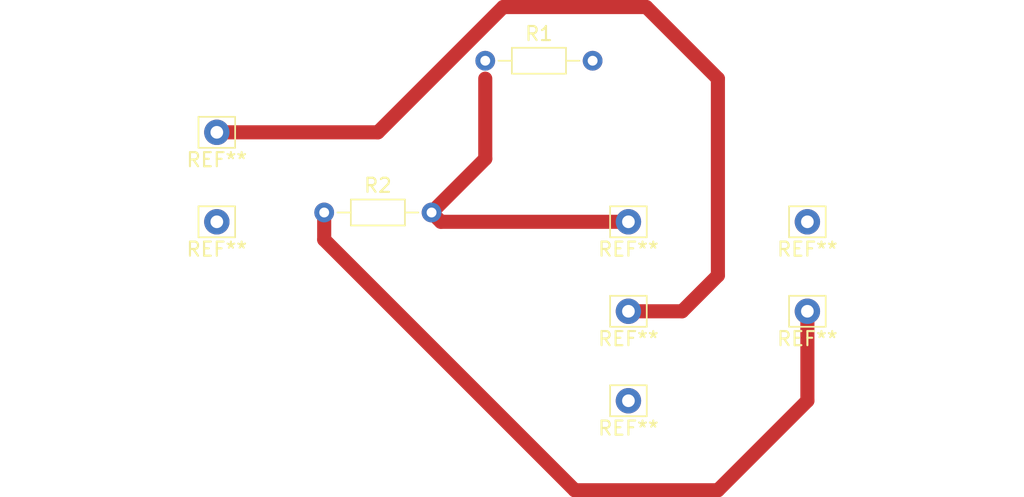
<source format=kicad_pcb>
(kicad_pcb (version 20171130) (host pcbnew "(5.1.4)-1")

  (general
    (thickness 1.6)
    (drawings 0)
    (tracks 16)
    (zones 0)
    (modules 9)
    (nets 4)
  )

  (page A4)
  (layers
    (0 F.Cu signal)
    (31 B.Cu signal)
    (32 B.Adhes user)
    (33 F.Adhes user)
    (34 B.Paste user)
    (35 F.Paste user)
    (36 B.SilkS user)
    (37 F.SilkS user)
    (38 B.Mask user)
    (39 F.Mask user)
    (40 Dwgs.User user)
    (41 Cmts.User user)
    (42 Eco1.User user)
    (43 Eco2.User user)
    (44 Edge.Cuts user)
    (45 Margin user)
    (46 B.CrtYd user)
    (47 F.CrtYd user)
    (48 B.Fab user)
    (49 F.Fab user)
  )

  (setup
    (last_trace_width 0.25)
    (user_trace_width 1)
    (trace_clearance 0.2)
    (zone_clearance 0.508)
    (zone_45_only no)
    (trace_min 0.2)
    (via_size 0.8)
    (via_drill 0.4)
    (via_min_size 0.4)
    (via_min_drill 0.3)
    (uvia_size 0.3)
    (uvia_drill 0.1)
    (uvias_allowed no)
    (uvia_min_size 0.2)
    (uvia_min_drill 0.1)
    (edge_width 0.05)
    (segment_width 0.2)
    (pcb_text_width 0.3)
    (pcb_text_size 1.5 1.5)
    (mod_edge_width 0.12)
    (mod_text_size 1 1)
    (mod_text_width 0.15)
    (pad_size 1.524 1.524)
    (pad_drill 0.762)
    (pad_to_mask_clearance 0.051)
    (solder_mask_min_width 0.25)
    (aux_axis_origin 0 0)
    (visible_elements 7FFFFFFF)
    (pcbplotparams
      (layerselection 0x010fc_ffffffff)
      (usegerberextensions false)
      (usegerberattributes false)
      (usegerberadvancedattributes false)
      (creategerberjobfile false)
      (excludeedgelayer true)
      (linewidth 0.100000)
      (plotframeref false)
      (viasonmask false)
      (mode 1)
      (useauxorigin false)
      (hpglpennumber 1)
      (hpglpenspeed 20)
      (hpglpendiameter 15.000000)
      (psnegative false)
      (psa4output false)
      (plotreference true)
      (plotvalue true)
      (plotinvisibletext false)
      (padsonsilk false)
      (subtractmaskfromsilk false)
      (outputformat 1)
      (mirror false)
      (drillshape 1)
      (scaleselection 1)
      (outputdirectory ""))
  )

  (net 0 "")
  (net 1 Earth)
  (net 2 "Net-(R1-Pad1)")
  (net 3 "Net-(R2-Pad1)")

  (net_class Default "Esta es la clase de red por defecto."
    (clearance 0.2)
    (trace_width 0.25)
    (via_dia 0.8)
    (via_drill 0.4)
    (uvia_dia 0.3)
    (uvia_drill 0.1)
    (add_net Earth)
    (add_net "Net-(R1-Pad1)")
    (add_net "Net-(R2-Pad1)")
  )

  (module Connector_Pin:Pin_D0.9mm_L10.0mm_W2.4mm_FlatFork (layer F.Cu) (tedit 5A1DC084) (tstamp 5DB9C3DD)
    (at 153.67 91.44)
    (descr "solder Pin_ with flat fork, hole diameter 0.9mm, length 10.0mm, width 2.4mm")
    (tags "solder Pin_ with flat fork")
    (fp_text reference REF** (at 0 1.95) (layer F.SilkS)
      (effects (font (size 1 1) (thickness 0.15)))
    )
    (fp_text value Pin_D0.9mm_L10.0mm_W2.4mm_FlatFork (at 0 -2.05) (layer F.Fab)
      (effects (font (size 1 1) (thickness 0.15)))
    )
    (fp_line (start 1.7 1.4) (end -1.7 1.4) (layer F.CrtYd) (width 0.05))
    (fp_line (start 1.7 1.4) (end 1.7 -1.4) (layer F.CrtYd) (width 0.05))
    (fp_line (start -1.7 -1.4) (end -1.7 1.4) (layer F.CrtYd) (width 0.05))
    (fp_line (start -1.7 -1.4) (end 1.7 -1.4) (layer F.CrtYd) (width 0.05))
    (fp_line (start 1.2 -0.25) (end -1.2 -0.25) (layer F.Fab) (width 0.12))
    (fp_line (start 1.2 0.25) (end 1.2 -0.25) (layer F.Fab) (width 0.12))
    (fp_line (start -1.2 0.25) (end 1.2 0.25) (layer F.Fab) (width 0.12))
    (fp_line (start -1.2 -0.25) (end -1.2 0.25) (layer F.Fab) (width 0.12))
    (fp_line (start 1.3 -1.1) (end -1.3 -1.1) (layer F.SilkS) (width 0.12))
    (fp_line (start 1.3 1.1) (end 1.3 -1.1) (layer F.SilkS) (width 0.12))
    (fp_line (start -1.3 1.1) (end 1.3 1.1) (layer F.SilkS) (width 0.12))
    (fp_line (start -1.3 0.6) (end -1.3 1.1) (layer F.SilkS) (width 0.12))
    (fp_line (start -1.3 -1.1) (end -1.3 0.6) (layer F.SilkS) (width 0.12))
    (fp_text user %R (at 0 1.95) (layer F.Fab)
      (effects (font (size 1 1) (thickness 0.15)))
    )
    (pad 1 thru_hole circle (at 0 0) (size 1.8 1.8) (drill 0.9) (layers *.Cu *.Mask))
    (model ${KISYS3DMOD}/Connector_Pin.3dshapes/Pin_D0.9mm_L10.0mm_W2.4mm_FlatFork.wrl
      (at (xyz 0 0 0))
      (scale (xyz 1 1 1))
      (rotate (xyz 0 0 0))
    )
  )

  (module Connector_Pin:Pin_D0.9mm_L10.0mm_W2.4mm_FlatFork (layer F.Cu) (tedit 5A1DC084) (tstamp 5DB9C394)
    (at 153.67 85.09)
    (descr "solder Pin_ with flat fork, hole diameter 0.9mm, length 10.0mm, width 2.4mm")
    (tags "solder Pin_ with flat fork")
    (fp_text reference REF** (at 0 1.95) (layer F.SilkS)
      (effects (font (size 1 1) (thickness 0.15)))
    )
    (fp_text value Pin_D0.9mm_L10.0mm_W2.4mm_FlatFork (at 0 -2.05) (layer F.Fab)
      (effects (font (size 1 1) (thickness 0.15)))
    )
    (fp_line (start 1.7 1.4) (end -1.7 1.4) (layer F.CrtYd) (width 0.05))
    (fp_line (start 1.7 1.4) (end 1.7 -1.4) (layer F.CrtYd) (width 0.05))
    (fp_line (start -1.7 -1.4) (end -1.7 1.4) (layer F.CrtYd) (width 0.05))
    (fp_line (start -1.7 -1.4) (end 1.7 -1.4) (layer F.CrtYd) (width 0.05))
    (fp_line (start 1.2 -0.25) (end -1.2 -0.25) (layer F.Fab) (width 0.12))
    (fp_line (start 1.2 0.25) (end 1.2 -0.25) (layer F.Fab) (width 0.12))
    (fp_line (start -1.2 0.25) (end 1.2 0.25) (layer F.Fab) (width 0.12))
    (fp_line (start -1.2 -0.25) (end -1.2 0.25) (layer F.Fab) (width 0.12))
    (fp_line (start 1.3 -1.1) (end -1.3 -1.1) (layer F.SilkS) (width 0.12))
    (fp_line (start 1.3 1.1) (end 1.3 -1.1) (layer F.SilkS) (width 0.12))
    (fp_line (start -1.3 1.1) (end 1.3 1.1) (layer F.SilkS) (width 0.12))
    (fp_line (start -1.3 0.6) (end -1.3 1.1) (layer F.SilkS) (width 0.12))
    (fp_line (start -1.3 -1.1) (end -1.3 0.6) (layer F.SilkS) (width 0.12))
    (fp_text user %R (at 0 1.95) (layer F.Fab)
      (effects (font (size 1 1) (thickness 0.15)))
    )
    (pad 1 thru_hole circle (at 0 0) (size 1.8 1.8) (drill 0.9) (layers *.Cu *.Mask))
    (model ${KISYS3DMOD}/Connector_Pin.3dshapes/Pin_D0.9mm_L10.0mm_W2.4mm_FlatFork.wrl
      (at (xyz 0 0 0))
      (scale (xyz 1 1 1))
      (rotate (xyz 0 0 0))
    )
  )

  (module Connector_Pin:Pin_D0.9mm_L10.0mm_W2.4mm_FlatFork (layer F.Cu) (tedit 5A1DC084) (tstamp 5DB9C128)
    (at 182.88 97.79)
    (descr "solder Pin_ with flat fork, hole diameter 0.9mm, length 10.0mm, width 2.4mm")
    (tags "solder Pin_ with flat fork")
    (fp_text reference REF** (at 0 1.95) (layer F.SilkS)
      (effects (font (size 1 1) (thickness 0.15)))
    )
    (fp_text value Pin_D0.9mm_L10.0mm_W2.4mm_FlatFork (at 0 -2.05) (layer F.Fab)
      (effects (font (size 1 1) (thickness 0.15)))
    )
    (fp_text user %R (at 0 1.95) (layer F.Fab)
      (effects (font (size 1 1) (thickness 0.15)))
    )
    (fp_line (start -1.3 -1.1) (end -1.3 0.6) (layer F.SilkS) (width 0.12))
    (fp_line (start -1.3 0.6) (end -1.3 1.1) (layer F.SilkS) (width 0.12))
    (fp_line (start -1.3 1.1) (end 1.3 1.1) (layer F.SilkS) (width 0.12))
    (fp_line (start 1.3 1.1) (end 1.3 -1.1) (layer F.SilkS) (width 0.12))
    (fp_line (start 1.3 -1.1) (end -1.3 -1.1) (layer F.SilkS) (width 0.12))
    (fp_line (start -1.2 -0.25) (end -1.2 0.25) (layer F.Fab) (width 0.12))
    (fp_line (start -1.2 0.25) (end 1.2 0.25) (layer F.Fab) (width 0.12))
    (fp_line (start 1.2 0.25) (end 1.2 -0.25) (layer F.Fab) (width 0.12))
    (fp_line (start 1.2 -0.25) (end -1.2 -0.25) (layer F.Fab) (width 0.12))
    (fp_line (start -1.7 -1.4) (end 1.7 -1.4) (layer F.CrtYd) (width 0.05))
    (fp_line (start -1.7 -1.4) (end -1.7 1.4) (layer F.CrtYd) (width 0.05))
    (fp_line (start 1.7 1.4) (end 1.7 -1.4) (layer F.CrtYd) (width 0.05))
    (fp_line (start 1.7 1.4) (end -1.7 1.4) (layer F.CrtYd) (width 0.05))
    (pad 1 thru_hole circle (at 0 0) (size 1.8 1.8) (drill 0.9) (layers *.Cu *.Mask))
    (model ${KISYS3DMOD}/Connector_Pin.3dshapes/Pin_D0.9mm_L10.0mm_W2.4mm_FlatFork.wrl
      (at (xyz 0 0 0))
      (scale (xyz 1 1 1))
      (rotate (xyz 0 0 0))
    )
  )

  (module Connector_Pin:Pin_D0.9mm_L10.0mm_W2.4mm_FlatFork (layer F.Cu) (tedit 5A1DC084) (tstamp 5DB9C116)
    (at 182.88 91.44)
    (descr "solder Pin_ with flat fork, hole diameter 0.9mm, length 10.0mm, width 2.4mm")
    (tags "solder Pin_ with flat fork")
    (fp_text reference REF** (at 0 1.95) (layer F.SilkS)
      (effects (font (size 1 1) (thickness 0.15)))
    )
    (fp_text value Pin_D0.9mm_L10.0mm_W2.4mm_FlatFork (at 0 -2.05) (layer F.Fab)
      (effects (font (size 1 1) (thickness 0.15)))
    )
    (fp_text user %R (at 0 1.95) (layer F.Fab)
      (effects (font (size 1 1) (thickness 0.15)))
    )
    (fp_line (start -1.3 -1.1) (end -1.3 0.6) (layer F.SilkS) (width 0.12))
    (fp_line (start -1.3 0.6) (end -1.3 1.1) (layer F.SilkS) (width 0.12))
    (fp_line (start -1.3 1.1) (end 1.3 1.1) (layer F.SilkS) (width 0.12))
    (fp_line (start 1.3 1.1) (end 1.3 -1.1) (layer F.SilkS) (width 0.12))
    (fp_line (start 1.3 -1.1) (end -1.3 -1.1) (layer F.SilkS) (width 0.12))
    (fp_line (start -1.2 -0.25) (end -1.2 0.25) (layer F.Fab) (width 0.12))
    (fp_line (start -1.2 0.25) (end 1.2 0.25) (layer F.Fab) (width 0.12))
    (fp_line (start 1.2 0.25) (end 1.2 -0.25) (layer F.Fab) (width 0.12))
    (fp_line (start 1.2 -0.25) (end -1.2 -0.25) (layer F.Fab) (width 0.12))
    (fp_line (start -1.7 -1.4) (end 1.7 -1.4) (layer F.CrtYd) (width 0.05))
    (fp_line (start -1.7 -1.4) (end -1.7 1.4) (layer F.CrtYd) (width 0.05))
    (fp_line (start 1.7 1.4) (end 1.7 -1.4) (layer F.CrtYd) (width 0.05))
    (fp_line (start 1.7 1.4) (end -1.7 1.4) (layer F.CrtYd) (width 0.05))
    (pad 1 thru_hole circle (at 0 0) (size 1.8 1.8) (drill 0.9) (layers *.Cu *.Mask))
    (model ${KISYS3DMOD}/Connector_Pin.3dshapes/Pin_D0.9mm_L10.0mm_W2.4mm_FlatFork.wrl
      (at (xyz 0 0 0))
      (scale (xyz 1 1 1))
      (rotate (xyz 0 0 0))
    )
  )

  (module Connector_Pin:Pin_D0.9mm_L10.0mm_W2.4mm_FlatFork (layer F.Cu) (tedit 5A1DC084) (tstamp 5DB9C104)
    (at 195.58 91.44)
    (descr "solder Pin_ with flat fork, hole diameter 0.9mm, length 10.0mm, width 2.4mm")
    (tags "solder Pin_ with flat fork")
    (fp_text reference REF** (at 0 1.95) (layer F.SilkS)
      (effects (font (size 1 1) (thickness 0.15)))
    )
    (fp_text value Pin_D0.9mm_L10.0mm_W2.4mm_FlatFork (at 0 -2.05) (layer F.Fab)
      (effects (font (size 1 1) (thickness 0.15)))
    )
    (fp_text user %R (at 0 1.95) (layer F.Fab)
      (effects (font (size 1 1) (thickness 0.15)))
    )
    (fp_line (start -1.3 -1.1) (end -1.3 0.6) (layer F.SilkS) (width 0.12))
    (fp_line (start -1.3 0.6) (end -1.3 1.1) (layer F.SilkS) (width 0.12))
    (fp_line (start -1.3 1.1) (end 1.3 1.1) (layer F.SilkS) (width 0.12))
    (fp_line (start 1.3 1.1) (end 1.3 -1.1) (layer F.SilkS) (width 0.12))
    (fp_line (start 1.3 -1.1) (end -1.3 -1.1) (layer F.SilkS) (width 0.12))
    (fp_line (start -1.2 -0.25) (end -1.2 0.25) (layer F.Fab) (width 0.12))
    (fp_line (start -1.2 0.25) (end 1.2 0.25) (layer F.Fab) (width 0.12))
    (fp_line (start 1.2 0.25) (end 1.2 -0.25) (layer F.Fab) (width 0.12))
    (fp_line (start 1.2 -0.25) (end -1.2 -0.25) (layer F.Fab) (width 0.12))
    (fp_line (start -1.7 -1.4) (end 1.7 -1.4) (layer F.CrtYd) (width 0.05))
    (fp_line (start -1.7 -1.4) (end -1.7 1.4) (layer F.CrtYd) (width 0.05))
    (fp_line (start 1.7 1.4) (end 1.7 -1.4) (layer F.CrtYd) (width 0.05))
    (fp_line (start 1.7 1.4) (end -1.7 1.4) (layer F.CrtYd) (width 0.05))
    (pad 1 thru_hole circle (at 0 0) (size 1.8 1.8) (drill 0.9) (layers *.Cu *.Mask))
    (model ${KISYS3DMOD}/Connector_Pin.3dshapes/Pin_D0.9mm_L10.0mm_W2.4mm_FlatFork.wrl
      (at (xyz 0 0 0))
      (scale (xyz 1 1 1))
      (rotate (xyz 0 0 0))
    )
  )

  (module Connector_Pin:Pin_D0.9mm_L10.0mm_W2.4mm_FlatFork (layer F.Cu) (tedit 5A1DC084) (tstamp 5DB9C0F2)
    (at 182.88 104.14)
    (descr "solder Pin_ with flat fork, hole diameter 0.9mm, length 10.0mm, width 2.4mm")
    (tags "solder Pin_ with flat fork")
    (fp_text reference REF** (at 0 1.95) (layer F.SilkS)
      (effects (font (size 1 1) (thickness 0.15)))
    )
    (fp_text value Pin_D0.9mm_L10.0mm_W2.4mm_FlatFork (at 0 -2.05) (layer F.Fab)
      (effects (font (size 1 1) (thickness 0.15)))
    )
    (fp_text user %R (at 0 1.95) (layer F.Fab)
      (effects (font (size 1 1) (thickness 0.15)))
    )
    (fp_line (start -1.3 -1.1) (end -1.3 0.6) (layer F.SilkS) (width 0.12))
    (fp_line (start -1.3 0.6) (end -1.3 1.1) (layer F.SilkS) (width 0.12))
    (fp_line (start -1.3 1.1) (end 1.3 1.1) (layer F.SilkS) (width 0.12))
    (fp_line (start 1.3 1.1) (end 1.3 -1.1) (layer F.SilkS) (width 0.12))
    (fp_line (start 1.3 -1.1) (end -1.3 -1.1) (layer F.SilkS) (width 0.12))
    (fp_line (start -1.2 -0.25) (end -1.2 0.25) (layer F.Fab) (width 0.12))
    (fp_line (start -1.2 0.25) (end 1.2 0.25) (layer F.Fab) (width 0.12))
    (fp_line (start 1.2 0.25) (end 1.2 -0.25) (layer F.Fab) (width 0.12))
    (fp_line (start 1.2 -0.25) (end -1.2 -0.25) (layer F.Fab) (width 0.12))
    (fp_line (start -1.7 -1.4) (end 1.7 -1.4) (layer F.CrtYd) (width 0.05))
    (fp_line (start -1.7 -1.4) (end -1.7 1.4) (layer F.CrtYd) (width 0.05))
    (fp_line (start 1.7 1.4) (end 1.7 -1.4) (layer F.CrtYd) (width 0.05))
    (fp_line (start 1.7 1.4) (end -1.7 1.4) (layer F.CrtYd) (width 0.05))
    (pad 1 thru_hole circle (at 0 0) (size 1.8 1.8) (drill 0.9) (layers *.Cu *.Mask))
    (model ${KISYS3DMOD}/Connector_Pin.3dshapes/Pin_D0.9mm_L10.0mm_W2.4mm_FlatFork.wrl
      (at (xyz 0 0 0))
      (scale (xyz 1 1 1))
      (rotate (xyz 0 0 0))
    )
  )

  (module Connector_Pin:Pin_D0.9mm_L10.0mm_W2.4mm_FlatFork (layer F.Cu) (tedit 5A1DC084) (tstamp 5DB9C0E0)
    (at 195.58 97.79)
    (descr "solder Pin_ with flat fork, hole diameter 0.9mm, length 10.0mm, width 2.4mm")
    (tags "solder Pin_ with flat fork")
    (fp_text reference REF** (at 0 1.95) (layer F.SilkS)
      (effects (font (size 1 1) (thickness 0.15)))
    )
    (fp_text value Pin_D0.9mm_L10.0mm_W2.4mm_FlatFork (at 0 -2.05) (layer F.Fab)
      (effects (font (size 1 1) (thickness 0.15)))
    )
    (fp_text user %R (at 0 1.95) (layer F.Fab)
      (effects (font (size 1 1) (thickness 0.15)))
    )
    (fp_line (start -1.3 -1.1) (end -1.3 0.6) (layer F.SilkS) (width 0.12))
    (fp_line (start -1.3 0.6) (end -1.3 1.1) (layer F.SilkS) (width 0.12))
    (fp_line (start -1.3 1.1) (end 1.3 1.1) (layer F.SilkS) (width 0.12))
    (fp_line (start 1.3 1.1) (end 1.3 -1.1) (layer F.SilkS) (width 0.12))
    (fp_line (start 1.3 -1.1) (end -1.3 -1.1) (layer F.SilkS) (width 0.12))
    (fp_line (start -1.2 -0.25) (end -1.2 0.25) (layer F.Fab) (width 0.12))
    (fp_line (start -1.2 0.25) (end 1.2 0.25) (layer F.Fab) (width 0.12))
    (fp_line (start 1.2 0.25) (end 1.2 -0.25) (layer F.Fab) (width 0.12))
    (fp_line (start 1.2 -0.25) (end -1.2 -0.25) (layer F.Fab) (width 0.12))
    (fp_line (start -1.7 -1.4) (end 1.7 -1.4) (layer F.CrtYd) (width 0.05))
    (fp_line (start -1.7 -1.4) (end -1.7 1.4) (layer F.CrtYd) (width 0.05))
    (fp_line (start 1.7 1.4) (end 1.7 -1.4) (layer F.CrtYd) (width 0.05))
    (fp_line (start 1.7 1.4) (end -1.7 1.4) (layer F.CrtYd) (width 0.05))
    (pad 1 thru_hole circle (at 0 0) (size 1.8 1.8) (drill 0.9) (layers *.Cu *.Mask))
    (model ${KISYS3DMOD}/Connector_Pin.3dshapes/Pin_D0.9mm_L10.0mm_W2.4mm_FlatFork.wrl
      (at (xyz 0 0 0))
      (scale (xyz 1 1 1))
      (rotate (xyz 0 0 0))
    )
  )

  (module Resistor_THT:R_Axial_DIN0204_L3.6mm_D1.6mm_P7.62mm_Horizontal (layer F.Cu) (tedit 5AE5139B) (tstamp 5DB9C25C)
    (at 161.29 90.78)
    (descr "Resistor, Axial_DIN0204 series, Axial, Horizontal, pin pitch=7.62mm, 0.167W, length*diameter=3.6*1.6mm^2, http://cdn-reichelt.de/documents/datenblatt/B400/1_4W%23YAG.pdf")
    (tags "Resistor Axial_DIN0204 series Axial Horizontal pin pitch 7.62mm 0.167W length 3.6mm diameter 1.6mm")
    (path /5DB98986)
    (fp_text reference R2 (at 3.81 -1.92) (layer F.SilkS)
      (effects (font (size 1 1) (thickness 0.15)))
    )
    (fp_text value R (at 3.81 1.92) (layer F.Fab)
      (effects (font (size 1 1) (thickness 0.15)))
    )
    (fp_text user %R (at 3.81 0) (layer F.Fab)
      (effects (font (size 0.72 0.72) (thickness 0.108)))
    )
    (fp_line (start 8.57 -1.05) (end -0.95 -1.05) (layer F.CrtYd) (width 0.05))
    (fp_line (start 8.57 1.05) (end 8.57 -1.05) (layer F.CrtYd) (width 0.05))
    (fp_line (start -0.95 1.05) (end 8.57 1.05) (layer F.CrtYd) (width 0.05))
    (fp_line (start -0.95 -1.05) (end -0.95 1.05) (layer F.CrtYd) (width 0.05))
    (fp_line (start 6.68 0) (end 5.73 0) (layer F.SilkS) (width 0.12))
    (fp_line (start 0.94 0) (end 1.89 0) (layer F.SilkS) (width 0.12))
    (fp_line (start 5.73 -0.92) (end 1.89 -0.92) (layer F.SilkS) (width 0.12))
    (fp_line (start 5.73 0.92) (end 5.73 -0.92) (layer F.SilkS) (width 0.12))
    (fp_line (start 1.89 0.92) (end 5.73 0.92) (layer F.SilkS) (width 0.12))
    (fp_line (start 1.89 -0.92) (end 1.89 0.92) (layer F.SilkS) (width 0.12))
    (fp_line (start 7.62 0) (end 5.61 0) (layer F.Fab) (width 0.1))
    (fp_line (start 0 0) (end 2.01 0) (layer F.Fab) (width 0.1))
    (fp_line (start 5.61 -0.8) (end 2.01 -0.8) (layer F.Fab) (width 0.1))
    (fp_line (start 5.61 0.8) (end 5.61 -0.8) (layer F.Fab) (width 0.1))
    (fp_line (start 2.01 0.8) (end 5.61 0.8) (layer F.Fab) (width 0.1))
    (fp_line (start 2.01 -0.8) (end 2.01 0.8) (layer F.Fab) (width 0.1))
    (pad 2 thru_hole oval (at 7.62 0) (size 1.4 1.4) (drill 0.7) (layers *.Cu *.Mask)
      (net 2 "Net-(R1-Pad1)"))
    (pad 1 thru_hole circle (at 0 0) (size 1.4 1.4) (drill 0.7) (layers *.Cu *.Mask)
      (net 3 "Net-(R2-Pad1)"))
    (model ${KISYS3DMOD}/Resistor_THT.3dshapes/R_Axial_DIN0204_L3.6mm_D1.6mm_P7.62mm_Horizontal.wrl
      (at (xyz 0 0 0))
      (scale (xyz 1 1 1))
      (rotate (xyz 0 0 0))
    )
  )

  (module Resistor_THT:R_Axial_DIN0204_L3.6mm_D1.6mm_P7.62mm_Horizontal (layer F.Cu) (tedit 5AE5139B) (tstamp 5DB9C245)
    (at 172.72 80.01)
    (descr "Resistor, Axial_DIN0204 series, Axial, Horizontal, pin pitch=7.62mm, 0.167W, length*diameter=3.6*1.6mm^2, http://cdn-reichelt.de/documents/datenblatt/B400/1_4W%23YAG.pdf")
    (tags "Resistor Axial_DIN0204 series Axial Horizontal pin pitch 7.62mm 0.167W length 3.6mm diameter 1.6mm")
    (path /5DB98C81)
    (fp_text reference R1 (at 3.81 -1.92) (layer F.SilkS)
      (effects (font (size 1 1) (thickness 0.15)))
    )
    (fp_text value R (at 3.81 1.92) (layer F.Fab)
      (effects (font (size 1 1) (thickness 0.15)))
    )
    (fp_text user %R (at 3.81 0) (layer F.Fab)
      (effects (font (size 0.72 0.72) (thickness 0.108)))
    )
    (fp_line (start 8.57 -1.05) (end -0.95 -1.05) (layer F.CrtYd) (width 0.05))
    (fp_line (start 8.57 1.05) (end 8.57 -1.05) (layer F.CrtYd) (width 0.05))
    (fp_line (start -0.95 1.05) (end 8.57 1.05) (layer F.CrtYd) (width 0.05))
    (fp_line (start -0.95 -1.05) (end -0.95 1.05) (layer F.CrtYd) (width 0.05))
    (fp_line (start 6.68 0) (end 5.73 0) (layer F.SilkS) (width 0.12))
    (fp_line (start 0.94 0) (end 1.89 0) (layer F.SilkS) (width 0.12))
    (fp_line (start 5.73 -0.92) (end 1.89 -0.92) (layer F.SilkS) (width 0.12))
    (fp_line (start 5.73 0.92) (end 5.73 -0.92) (layer F.SilkS) (width 0.12))
    (fp_line (start 1.89 0.92) (end 5.73 0.92) (layer F.SilkS) (width 0.12))
    (fp_line (start 1.89 -0.92) (end 1.89 0.92) (layer F.SilkS) (width 0.12))
    (fp_line (start 7.62 0) (end 5.61 0) (layer F.Fab) (width 0.1))
    (fp_line (start 0 0) (end 2.01 0) (layer F.Fab) (width 0.1))
    (fp_line (start 5.61 -0.8) (end 2.01 -0.8) (layer F.Fab) (width 0.1))
    (fp_line (start 5.61 0.8) (end 5.61 -0.8) (layer F.Fab) (width 0.1))
    (fp_line (start 2.01 0.8) (end 5.61 0.8) (layer F.Fab) (width 0.1))
    (fp_line (start 2.01 -0.8) (end 2.01 0.8) (layer F.Fab) (width 0.1))
    (pad 2 thru_hole oval (at 7.62 0) (size 1.4 1.4) (drill 0.7) (layers *.Cu *.Mask)
      (net 1 Earth))
    (pad 1 thru_hole circle (at 0 0) (size 1.4 1.4) (drill 0.7) (layers *.Cu *.Mask)
      (net 2 "Net-(R1-Pad1)"))
    (model ${KISYS3DMOD}/Resistor_THT.3dshapes/R_Axial_DIN0204_L3.6mm_D1.6mm_P7.62mm_Horizontal.wrl
      (at (xyz 0 0 0))
      (scale (xyz 1 1 1))
      (rotate (xyz 0 0 0))
    )
  )

  (segment (start 153.67 85.09) (end 165.1 85.09) (width 1) (layer F.Cu) (net 0))
  (segment (start 165.1 85.09) (end 173.99 76.2) (width 1) (layer F.Cu) (net 0))
  (segment (start 173.99 76.2) (end 184.15 76.2) (width 1) (layer F.Cu) (net 0))
  (segment (start 184.15 76.2) (end 189.23 81.28) (width 1) (layer F.Cu) (net 0))
  (segment (start 189.23 81.28) (end 189.23 95.25) (width 1) (layer F.Cu) (net 0))
  (segment (start 186.69 97.79) (end 182.88 97.79) (width 1) (layer F.Cu) (net 0))
  (segment (start 189.23 95.25) (end 186.69 97.79) (width 1) (layer F.Cu) (net 0))
  (segment (start 169.57 91.44) (end 168.91 90.78) (width 1) (layer F.Cu) (net 2))
  (segment (start 182.88 91.44) (end 169.57 91.44) (width 1) (layer F.Cu) (net 2))
  (segment (start 172.72 86.97) (end 168.91 90.78) (width 1) (layer F.Cu) (net 2))
  (segment (start 172.72 81.28) (end 172.72 86.97) (width 1) (layer F.Cu) (net 2))
  (segment (start 161.29 90.78) (end 161.29 92.71) (width 1) (layer F.Cu) (net 3))
  (segment (start 161.29 92.71) (end 179.07 110.49) (width 1) (layer F.Cu) (net 3))
  (segment (start 179.07 110.49) (end 189.23 110.49) (width 1) (layer F.Cu) (net 3))
  (segment (start 195.58 104.14) (end 195.58 97.79) (width 1) (layer F.Cu) (net 3))
  (segment (start 189.23 110.49) (end 195.58 104.14) (width 1) (layer F.Cu) (net 3))

)

</source>
